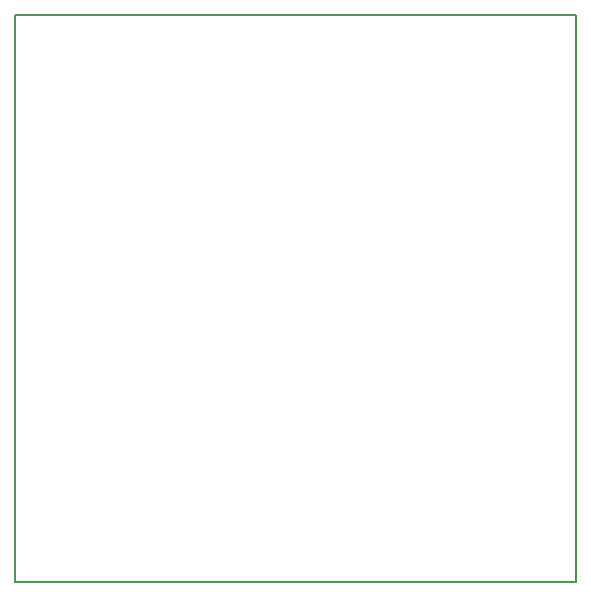
<source format=gbr>
G04 #@! TF.FileFunction,Profile,NP*
%FSLAX46Y46*%
G04 Gerber Fmt 4.6, Leading zero omitted, Abs format (unit mm)*
G04 Created by KiCad (PCBNEW 4.0.6) date 03/11/18 13:26:34*
%MOMM*%
%LPD*%
G01*
G04 APERTURE LIST*
%ADD10C,0.100000*%
%ADD11C,0.150000*%
G04 APERTURE END LIST*
D10*
D11*
X67000000Y-107000000D02*
X67000000Y-59000000D01*
X114500000Y-107000000D02*
X67000000Y-107000000D01*
X114500000Y-59000000D02*
X114500000Y-107000000D01*
X67000000Y-59000000D02*
X114500000Y-59000000D01*
M02*

</source>
